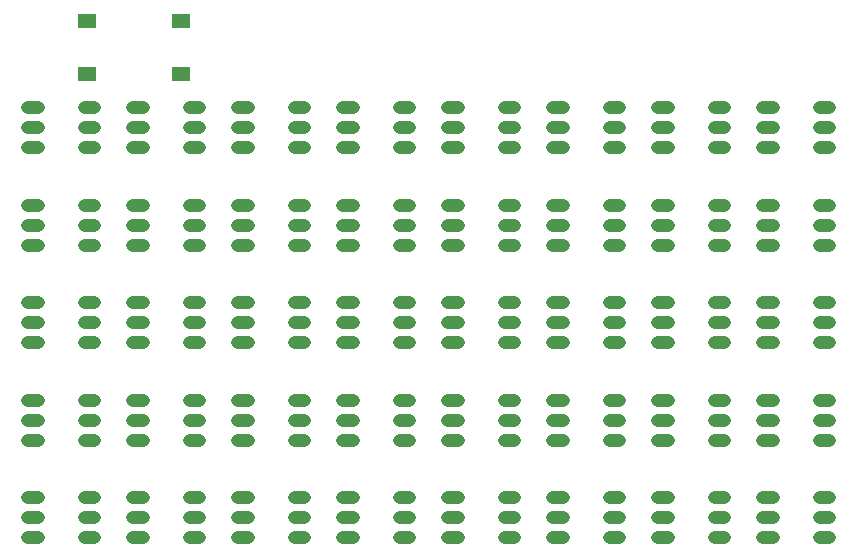
<source format=gtp>
G75*
%MOIN*%
%OFA0B0*%
%FSLAX24Y24*%
%IPPOS*%
%LPD*%
%AMOC8*
5,1,8,0,0,1.08239X$1,22.5*
%
%ADD10C,0.0433*%
%ADD11R,0.0610X0.0512*%
D10*
X003130Y003831D02*
X003484Y003831D01*
X003484Y003831D01*
X003130Y003831D01*
X003130Y003831D01*
X003130Y004500D02*
X003484Y004500D01*
X003484Y004500D01*
X003130Y004500D01*
X003130Y004500D01*
X003130Y005169D02*
X003484Y005169D01*
X003484Y005169D01*
X003130Y005169D01*
X003130Y005169D01*
X005020Y005169D02*
X005374Y005169D01*
X005374Y005169D01*
X005020Y005169D01*
X005020Y005169D01*
X005020Y004500D02*
X005374Y004500D01*
X005374Y004500D01*
X005020Y004500D01*
X005020Y004500D01*
X005020Y003831D02*
X005374Y003831D01*
X005374Y003831D01*
X005020Y003831D01*
X005020Y003831D01*
X006630Y003831D02*
X006984Y003831D01*
X006984Y003831D01*
X006630Y003831D01*
X006630Y003831D01*
X006630Y004500D02*
X006984Y004500D01*
X006984Y004500D01*
X006630Y004500D01*
X006630Y004500D01*
X006630Y005169D02*
X006984Y005169D01*
X006984Y005169D01*
X006630Y005169D01*
X006630Y005169D01*
X008520Y005169D02*
X008874Y005169D01*
X008874Y005169D01*
X008520Y005169D01*
X008520Y005169D01*
X008520Y004500D02*
X008874Y004500D01*
X008874Y004500D01*
X008520Y004500D01*
X008520Y004500D01*
X008520Y003831D02*
X008874Y003831D01*
X008874Y003831D01*
X008520Y003831D01*
X008520Y003831D01*
X010130Y003831D02*
X010484Y003831D01*
X010484Y003831D01*
X010130Y003831D01*
X010130Y003831D01*
X010130Y004500D02*
X010484Y004500D01*
X010484Y004500D01*
X010130Y004500D01*
X010130Y004500D01*
X010130Y005169D02*
X010484Y005169D01*
X010484Y005169D01*
X010130Y005169D01*
X010130Y005169D01*
X012020Y005169D02*
X012374Y005169D01*
X012374Y005169D01*
X012020Y005169D01*
X012020Y005169D01*
X012020Y004500D02*
X012374Y004500D01*
X012374Y004500D01*
X012020Y004500D01*
X012020Y004500D01*
X012020Y003831D02*
X012374Y003831D01*
X012374Y003831D01*
X012020Y003831D01*
X012020Y003831D01*
X013630Y003831D02*
X013984Y003831D01*
X013984Y003831D01*
X013630Y003831D01*
X013630Y003831D01*
X013630Y004500D02*
X013984Y004500D01*
X013984Y004500D01*
X013630Y004500D01*
X013630Y004500D01*
X013630Y005169D02*
X013984Y005169D01*
X013984Y005169D01*
X013630Y005169D01*
X013630Y005169D01*
X015520Y005169D02*
X015874Y005169D01*
X015874Y005169D01*
X015520Y005169D01*
X015520Y005169D01*
X015520Y004500D02*
X015874Y004500D01*
X015874Y004500D01*
X015520Y004500D01*
X015520Y004500D01*
X015520Y003831D02*
X015874Y003831D01*
X015874Y003831D01*
X015520Y003831D01*
X015520Y003831D01*
X017130Y003831D02*
X017484Y003831D01*
X017484Y003831D01*
X017130Y003831D01*
X017130Y003831D01*
X017130Y004500D02*
X017484Y004500D01*
X017484Y004500D01*
X017130Y004500D01*
X017130Y004500D01*
X017130Y005169D02*
X017484Y005169D01*
X017484Y005169D01*
X017130Y005169D01*
X017130Y005169D01*
X019020Y005169D02*
X019374Y005169D01*
X019374Y005169D01*
X019020Y005169D01*
X019020Y005169D01*
X019020Y004500D02*
X019374Y004500D01*
X019374Y004500D01*
X019020Y004500D01*
X019020Y004500D01*
X019020Y003831D02*
X019374Y003831D01*
X019374Y003831D01*
X019020Y003831D01*
X019020Y003831D01*
X020630Y003831D02*
X020984Y003831D01*
X020984Y003831D01*
X020630Y003831D01*
X020630Y003831D01*
X020630Y004500D02*
X020984Y004500D01*
X020984Y004500D01*
X020630Y004500D01*
X020630Y004500D01*
X020630Y005169D02*
X020984Y005169D01*
X020984Y005169D01*
X020630Y005169D01*
X020630Y005169D01*
X022520Y005169D02*
X022874Y005169D01*
X022874Y005169D01*
X022520Y005169D01*
X022520Y005169D01*
X022520Y004500D02*
X022874Y004500D01*
X022874Y004500D01*
X022520Y004500D01*
X022520Y004500D01*
X022520Y003831D02*
X022874Y003831D01*
X022874Y003831D01*
X022520Y003831D01*
X022520Y003831D01*
X024130Y003831D02*
X024484Y003831D01*
X024484Y003831D01*
X024130Y003831D01*
X024130Y003831D01*
X024130Y004500D02*
X024484Y004500D01*
X024484Y004500D01*
X024130Y004500D01*
X024130Y004500D01*
X024130Y005169D02*
X024484Y005169D01*
X024484Y005169D01*
X024130Y005169D01*
X024130Y005169D01*
X026020Y005169D02*
X026374Y005169D01*
X026374Y005169D01*
X026020Y005169D01*
X026020Y005169D01*
X026020Y004500D02*
X026374Y004500D01*
X026374Y004500D01*
X026020Y004500D01*
X026020Y004500D01*
X026020Y003831D02*
X026374Y003831D01*
X026374Y003831D01*
X026020Y003831D01*
X026020Y003831D01*
X027630Y003831D02*
X027984Y003831D01*
X027984Y003831D01*
X027630Y003831D01*
X027630Y003831D01*
X027630Y004500D02*
X027984Y004500D01*
X027984Y004500D01*
X027630Y004500D01*
X027630Y004500D01*
X027630Y005169D02*
X027984Y005169D01*
X027984Y005169D01*
X027630Y005169D01*
X027630Y005169D01*
X029520Y005169D02*
X029874Y005169D01*
X029874Y005169D01*
X029520Y005169D01*
X029520Y005169D01*
X029520Y004500D02*
X029874Y004500D01*
X029874Y004500D01*
X029520Y004500D01*
X029520Y004500D01*
X029520Y003831D02*
X029874Y003831D01*
X029874Y003831D01*
X029520Y003831D01*
X029520Y003831D01*
X029520Y007081D02*
X029874Y007081D01*
X029874Y007081D01*
X029520Y007081D01*
X029520Y007081D01*
X029520Y007750D02*
X029874Y007750D01*
X029874Y007750D01*
X029520Y007750D01*
X029520Y007750D01*
X029520Y008419D02*
X029874Y008419D01*
X029874Y008419D01*
X029520Y008419D01*
X029520Y008419D01*
X027984Y008419D02*
X027630Y008419D01*
X027984Y008419D02*
X027984Y008419D01*
X027630Y008419D01*
X027630Y008419D01*
X027630Y007750D02*
X027984Y007750D01*
X027984Y007750D01*
X027630Y007750D01*
X027630Y007750D01*
X027630Y007081D02*
X027984Y007081D01*
X027984Y007081D01*
X027630Y007081D01*
X027630Y007081D01*
X026374Y007081D02*
X026020Y007081D01*
X026374Y007081D02*
X026374Y007081D01*
X026020Y007081D01*
X026020Y007081D01*
X026020Y007750D02*
X026374Y007750D01*
X026374Y007750D01*
X026020Y007750D01*
X026020Y007750D01*
X026020Y008419D02*
X026374Y008419D01*
X026374Y008419D01*
X026020Y008419D01*
X026020Y008419D01*
X024484Y008419D02*
X024130Y008419D01*
X024484Y008419D02*
X024484Y008419D01*
X024130Y008419D01*
X024130Y008419D01*
X024130Y007750D02*
X024484Y007750D01*
X024484Y007750D01*
X024130Y007750D01*
X024130Y007750D01*
X024130Y007081D02*
X024484Y007081D01*
X024484Y007081D01*
X024130Y007081D01*
X024130Y007081D01*
X022874Y007081D02*
X022520Y007081D01*
X022874Y007081D02*
X022874Y007081D01*
X022520Y007081D01*
X022520Y007081D01*
X022520Y007750D02*
X022874Y007750D01*
X022874Y007750D01*
X022520Y007750D01*
X022520Y007750D01*
X022520Y008419D02*
X022874Y008419D01*
X022874Y008419D01*
X022520Y008419D01*
X022520Y008419D01*
X020984Y008419D02*
X020630Y008419D01*
X020984Y008419D02*
X020984Y008419D01*
X020630Y008419D01*
X020630Y008419D01*
X020630Y007750D02*
X020984Y007750D01*
X020984Y007750D01*
X020630Y007750D01*
X020630Y007750D01*
X020630Y007081D02*
X020984Y007081D01*
X020984Y007081D01*
X020630Y007081D01*
X020630Y007081D01*
X019374Y007081D02*
X019020Y007081D01*
X019374Y007081D02*
X019374Y007081D01*
X019020Y007081D01*
X019020Y007081D01*
X019020Y007750D02*
X019374Y007750D01*
X019374Y007750D01*
X019020Y007750D01*
X019020Y007750D01*
X019020Y008419D02*
X019374Y008419D01*
X019374Y008419D01*
X019020Y008419D01*
X019020Y008419D01*
X017484Y008419D02*
X017130Y008419D01*
X017484Y008419D02*
X017484Y008419D01*
X017130Y008419D01*
X017130Y008419D01*
X017130Y007750D02*
X017484Y007750D01*
X017484Y007750D01*
X017130Y007750D01*
X017130Y007750D01*
X017130Y007081D02*
X017484Y007081D01*
X017484Y007081D01*
X017130Y007081D01*
X017130Y007081D01*
X015874Y007081D02*
X015520Y007081D01*
X015874Y007081D02*
X015874Y007081D01*
X015520Y007081D01*
X015520Y007081D01*
X015520Y007750D02*
X015874Y007750D01*
X015874Y007750D01*
X015520Y007750D01*
X015520Y007750D01*
X015520Y008419D02*
X015874Y008419D01*
X015874Y008419D01*
X015520Y008419D01*
X015520Y008419D01*
X013984Y008419D02*
X013630Y008419D01*
X013984Y008419D02*
X013984Y008419D01*
X013630Y008419D01*
X013630Y008419D01*
X013630Y007750D02*
X013984Y007750D01*
X013984Y007750D01*
X013630Y007750D01*
X013630Y007750D01*
X013630Y007081D02*
X013984Y007081D01*
X013984Y007081D01*
X013630Y007081D01*
X013630Y007081D01*
X012374Y007081D02*
X012020Y007081D01*
X012374Y007081D02*
X012374Y007081D01*
X012020Y007081D01*
X012020Y007081D01*
X012020Y007750D02*
X012374Y007750D01*
X012374Y007750D01*
X012020Y007750D01*
X012020Y007750D01*
X012020Y008419D02*
X012374Y008419D01*
X012374Y008419D01*
X012020Y008419D01*
X012020Y008419D01*
X010484Y008419D02*
X010130Y008419D01*
X010484Y008419D02*
X010484Y008419D01*
X010130Y008419D01*
X010130Y008419D01*
X010130Y007750D02*
X010484Y007750D01*
X010484Y007750D01*
X010130Y007750D01*
X010130Y007750D01*
X010130Y007081D02*
X010484Y007081D01*
X010484Y007081D01*
X010130Y007081D01*
X010130Y007081D01*
X008874Y007081D02*
X008520Y007081D01*
X008874Y007081D02*
X008874Y007081D01*
X008520Y007081D01*
X008520Y007081D01*
X008520Y007750D02*
X008874Y007750D01*
X008874Y007750D01*
X008520Y007750D01*
X008520Y007750D01*
X008520Y008419D02*
X008874Y008419D01*
X008874Y008419D01*
X008520Y008419D01*
X008520Y008419D01*
X006984Y008419D02*
X006630Y008419D01*
X006984Y008419D02*
X006984Y008419D01*
X006630Y008419D01*
X006630Y008419D01*
X006630Y007750D02*
X006984Y007750D01*
X006984Y007750D01*
X006630Y007750D01*
X006630Y007750D01*
X006630Y007081D02*
X006984Y007081D01*
X006984Y007081D01*
X006630Y007081D01*
X006630Y007081D01*
X005374Y007081D02*
X005020Y007081D01*
X005374Y007081D02*
X005374Y007081D01*
X005020Y007081D01*
X005020Y007081D01*
X005020Y007750D02*
X005374Y007750D01*
X005374Y007750D01*
X005020Y007750D01*
X005020Y007750D01*
X005020Y008419D02*
X005374Y008419D01*
X005374Y008419D01*
X005020Y008419D01*
X005020Y008419D01*
X003484Y008419D02*
X003130Y008419D01*
X003484Y008419D02*
X003484Y008419D01*
X003130Y008419D01*
X003130Y008419D01*
X003130Y007750D02*
X003484Y007750D01*
X003484Y007750D01*
X003130Y007750D01*
X003130Y007750D01*
X003130Y007081D02*
X003484Y007081D01*
X003484Y007081D01*
X003130Y007081D01*
X003130Y007081D01*
X003130Y010331D02*
X003484Y010331D01*
X003484Y010331D01*
X003130Y010331D01*
X003130Y010331D01*
X003130Y011000D02*
X003484Y011000D01*
X003484Y011000D01*
X003130Y011000D01*
X003130Y011000D01*
X003130Y011669D02*
X003484Y011669D01*
X003484Y011669D01*
X003130Y011669D01*
X003130Y011669D01*
X005020Y011669D02*
X005374Y011669D01*
X005374Y011669D01*
X005020Y011669D01*
X005020Y011669D01*
X005020Y011000D02*
X005374Y011000D01*
X005374Y011000D01*
X005020Y011000D01*
X005020Y011000D01*
X005020Y010331D02*
X005374Y010331D01*
X005374Y010331D01*
X005020Y010331D01*
X005020Y010331D01*
X006630Y010331D02*
X006984Y010331D01*
X006984Y010331D01*
X006630Y010331D01*
X006630Y010331D01*
X006630Y011000D02*
X006984Y011000D01*
X006984Y011000D01*
X006630Y011000D01*
X006630Y011000D01*
X006630Y011669D02*
X006984Y011669D01*
X006984Y011669D01*
X006630Y011669D01*
X006630Y011669D01*
X008520Y011669D02*
X008874Y011669D01*
X008874Y011669D01*
X008520Y011669D01*
X008520Y011669D01*
X008520Y011000D02*
X008874Y011000D01*
X008874Y011000D01*
X008520Y011000D01*
X008520Y011000D01*
X008520Y010331D02*
X008874Y010331D01*
X008874Y010331D01*
X008520Y010331D01*
X008520Y010331D01*
X010130Y010331D02*
X010484Y010331D01*
X010484Y010331D01*
X010130Y010331D01*
X010130Y010331D01*
X010130Y011000D02*
X010484Y011000D01*
X010484Y011000D01*
X010130Y011000D01*
X010130Y011000D01*
X010130Y011669D02*
X010484Y011669D01*
X010484Y011669D01*
X010130Y011669D01*
X010130Y011669D01*
X012020Y011669D02*
X012374Y011669D01*
X012374Y011669D01*
X012020Y011669D01*
X012020Y011669D01*
X012020Y011000D02*
X012374Y011000D01*
X012374Y011000D01*
X012020Y011000D01*
X012020Y011000D01*
X012020Y010331D02*
X012374Y010331D01*
X012374Y010331D01*
X012020Y010331D01*
X012020Y010331D01*
X013630Y010331D02*
X013984Y010331D01*
X013984Y010331D01*
X013630Y010331D01*
X013630Y010331D01*
X013630Y011000D02*
X013984Y011000D01*
X013984Y011000D01*
X013630Y011000D01*
X013630Y011000D01*
X013630Y011669D02*
X013984Y011669D01*
X013984Y011669D01*
X013630Y011669D01*
X013630Y011669D01*
X015520Y011669D02*
X015874Y011669D01*
X015874Y011669D01*
X015520Y011669D01*
X015520Y011669D01*
X015520Y011000D02*
X015874Y011000D01*
X015874Y011000D01*
X015520Y011000D01*
X015520Y011000D01*
X015520Y010331D02*
X015874Y010331D01*
X015874Y010331D01*
X015520Y010331D01*
X015520Y010331D01*
X017130Y010331D02*
X017484Y010331D01*
X017484Y010331D01*
X017130Y010331D01*
X017130Y010331D01*
X017130Y011000D02*
X017484Y011000D01*
X017484Y011000D01*
X017130Y011000D01*
X017130Y011000D01*
X017130Y011669D02*
X017484Y011669D01*
X017484Y011669D01*
X017130Y011669D01*
X017130Y011669D01*
X019020Y011669D02*
X019374Y011669D01*
X019374Y011669D01*
X019020Y011669D01*
X019020Y011669D01*
X019020Y011000D02*
X019374Y011000D01*
X019374Y011000D01*
X019020Y011000D01*
X019020Y011000D01*
X019020Y010331D02*
X019374Y010331D01*
X019374Y010331D01*
X019020Y010331D01*
X019020Y010331D01*
X020630Y010331D02*
X020984Y010331D01*
X020984Y010331D01*
X020630Y010331D01*
X020630Y010331D01*
X020630Y011000D02*
X020984Y011000D01*
X020984Y011000D01*
X020630Y011000D01*
X020630Y011000D01*
X020630Y011669D02*
X020984Y011669D01*
X020984Y011669D01*
X020630Y011669D01*
X020630Y011669D01*
X022520Y011669D02*
X022874Y011669D01*
X022874Y011669D01*
X022520Y011669D01*
X022520Y011669D01*
X022520Y011000D02*
X022874Y011000D01*
X022874Y011000D01*
X022520Y011000D01*
X022520Y011000D01*
X022520Y010331D02*
X022874Y010331D01*
X022874Y010331D01*
X022520Y010331D01*
X022520Y010331D01*
X024130Y010331D02*
X024484Y010331D01*
X024484Y010331D01*
X024130Y010331D01*
X024130Y010331D01*
X024130Y011000D02*
X024484Y011000D01*
X024484Y011000D01*
X024130Y011000D01*
X024130Y011000D01*
X024130Y011669D02*
X024484Y011669D01*
X024484Y011669D01*
X024130Y011669D01*
X024130Y011669D01*
X026020Y011669D02*
X026374Y011669D01*
X026374Y011669D01*
X026020Y011669D01*
X026020Y011669D01*
X026020Y011000D02*
X026374Y011000D01*
X026374Y011000D01*
X026020Y011000D01*
X026020Y011000D01*
X026020Y010331D02*
X026374Y010331D01*
X026374Y010331D01*
X026020Y010331D01*
X026020Y010331D01*
X027630Y010331D02*
X027984Y010331D01*
X027984Y010331D01*
X027630Y010331D01*
X027630Y010331D01*
X027630Y011000D02*
X027984Y011000D01*
X027984Y011000D01*
X027630Y011000D01*
X027630Y011000D01*
X027630Y011669D02*
X027984Y011669D01*
X027984Y011669D01*
X027630Y011669D01*
X027630Y011669D01*
X029520Y011669D02*
X029874Y011669D01*
X029874Y011669D01*
X029520Y011669D01*
X029520Y011669D01*
X029520Y011000D02*
X029874Y011000D01*
X029874Y011000D01*
X029520Y011000D01*
X029520Y011000D01*
X029520Y010331D02*
X029874Y010331D01*
X029874Y010331D01*
X029520Y010331D01*
X029520Y010331D01*
X029520Y013581D02*
X029874Y013581D01*
X029874Y013581D01*
X029520Y013581D01*
X029520Y013581D01*
X029520Y014250D02*
X029874Y014250D01*
X029874Y014250D01*
X029520Y014250D01*
X029520Y014250D01*
X029520Y014919D02*
X029874Y014919D01*
X029874Y014919D01*
X029520Y014919D01*
X029520Y014919D01*
X027984Y014919D02*
X027630Y014919D01*
X027984Y014919D02*
X027984Y014919D01*
X027630Y014919D01*
X027630Y014919D01*
X027630Y014250D02*
X027984Y014250D01*
X027984Y014250D01*
X027630Y014250D01*
X027630Y014250D01*
X027630Y013581D02*
X027984Y013581D01*
X027984Y013581D01*
X027630Y013581D01*
X027630Y013581D01*
X026374Y013581D02*
X026020Y013581D01*
X026374Y013581D02*
X026374Y013581D01*
X026020Y013581D01*
X026020Y013581D01*
X026020Y014250D02*
X026374Y014250D01*
X026374Y014250D01*
X026020Y014250D01*
X026020Y014250D01*
X026020Y014919D02*
X026374Y014919D01*
X026374Y014919D01*
X026020Y014919D01*
X026020Y014919D01*
X024484Y014919D02*
X024130Y014919D01*
X024484Y014919D02*
X024484Y014919D01*
X024130Y014919D01*
X024130Y014919D01*
X024130Y014250D02*
X024484Y014250D01*
X024484Y014250D01*
X024130Y014250D01*
X024130Y014250D01*
X024130Y013581D02*
X024484Y013581D01*
X024484Y013581D01*
X024130Y013581D01*
X024130Y013581D01*
X022874Y013581D02*
X022520Y013581D01*
X022874Y013581D02*
X022874Y013581D01*
X022520Y013581D01*
X022520Y013581D01*
X022520Y014250D02*
X022874Y014250D01*
X022874Y014250D01*
X022520Y014250D01*
X022520Y014250D01*
X022520Y014919D02*
X022874Y014919D01*
X022874Y014919D01*
X022520Y014919D01*
X022520Y014919D01*
X020984Y014919D02*
X020630Y014919D01*
X020984Y014919D02*
X020984Y014919D01*
X020630Y014919D01*
X020630Y014919D01*
X020630Y014250D02*
X020984Y014250D01*
X020984Y014250D01*
X020630Y014250D01*
X020630Y014250D01*
X020630Y013581D02*
X020984Y013581D01*
X020984Y013581D01*
X020630Y013581D01*
X020630Y013581D01*
X019374Y013581D02*
X019020Y013581D01*
X019374Y013581D02*
X019374Y013581D01*
X019020Y013581D01*
X019020Y013581D01*
X019020Y014250D02*
X019374Y014250D01*
X019374Y014250D01*
X019020Y014250D01*
X019020Y014250D01*
X019020Y014919D02*
X019374Y014919D01*
X019374Y014919D01*
X019020Y014919D01*
X019020Y014919D01*
X017484Y014919D02*
X017130Y014919D01*
X017484Y014919D02*
X017484Y014919D01*
X017130Y014919D01*
X017130Y014919D01*
X017130Y014250D02*
X017484Y014250D01*
X017484Y014250D01*
X017130Y014250D01*
X017130Y014250D01*
X017130Y013581D02*
X017484Y013581D01*
X017484Y013581D01*
X017130Y013581D01*
X017130Y013581D01*
X015874Y013581D02*
X015520Y013581D01*
X015874Y013581D02*
X015874Y013581D01*
X015520Y013581D01*
X015520Y013581D01*
X015520Y014250D02*
X015874Y014250D01*
X015874Y014250D01*
X015520Y014250D01*
X015520Y014250D01*
X015520Y014919D02*
X015874Y014919D01*
X015874Y014919D01*
X015520Y014919D01*
X015520Y014919D01*
X013984Y014919D02*
X013630Y014919D01*
X013984Y014919D02*
X013984Y014919D01*
X013630Y014919D01*
X013630Y014919D01*
X013630Y014250D02*
X013984Y014250D01*
X013984Y014250D01*
X013630Y014250D01*
X013630Y014250D01*
X013630Y013581D02*
X013984Y013581D01*
X013984Y013581D01*
X013630Y013581D01*
X013630Y013581D01*
X012374Y013581D02*
X012020Y013581D01*
X012374Y013581D02*
X012374Y013581D01*
X012020Y013581D01*
X012020Y013581D01*
X012020Y014250D02*
X012374Y014250D01*
X012374Y014250D01*
X012020Y014250D01*
X012020Y014250D01*
X012020Y014919D02*
X012374Y014919D01*
X012374Y014919D01*
X012020Y014919D01*
X012020Y014919D01*
X010484Y014919D02*
X010130Y014919D01*
X010484Y014919D02*
X010484Y014919D01*
X010130Y014919D01*
X010130Y014919D01*
X010130Y014250D02*
X010484Y014250D01*
X010484Y014250D01*
X010130Y014250D01*
X010130Y014250D01*
X010130Y013581D02*
X010484Y013581D01*
X010484Y013581D01*
X010130Y013581D01*
X010130Y013581D01*
X008874Y013581D02*
X008520Y013581D01*
X008874Y013581D02*
X008874Y013581D01*
X008520Y013581D01*
X008520Y013581D01*
X008520Y014250D02*
X008874Y014250D01*
X008874Y014250D01*
X008520Y014250D01*
X008520Y014250D01*
X008520Y014919D02*
X008874Y014919D01*
X008874Y014919D01*
X008520Y014919D01*
X008520Y014919D01*
X006984Y014919D02*
X006630Y014919D01*
X006984Y014919D02*
X006984Y014919D01*
X006630Y014919D01*
X006630Y014919D01*
X006630Y014250D02*
X006984Y014250D01*
X006984Y014250D01*
X006630Y014250D01*
X006630Y014250D01*
X006630Y013581D02*
X006984Y013581D01*
X006984Y013581D01*
X006630Y013581D01*
X006630Y013581D01*
X005374Y013581D02*
X005020Y013581D01*
X005374Y013581D02*
X005374Y013581D01*
X005020Y013581D01*
X005020Y013581D01*
X005020Y014250D02*
X005374Y014250D01*
X005374Y014250D01*
X005020Y014250D01*
X005020Y014250D01*
X005020Y014919D02*
X005374Y014919D01*
X005374Y014919D01*
X005020Y014919D01*
X005020Y014919D01*
X003484Y014919D02*
X003130Y014919D01*
X003484Y014919D02*
X003484Y014919D01*
X003130Y014919D01*
X003130Y014919D01*
X003130Y014250D02*
X003484Y014250D01*
X003484Y014250D01*
X003130Y014250D01*
X003130Y014250D01*
X003130Y013581D02*
X003484Y013581D01*
X003484Y013581D01*
X003130Y013581D01*
X003130Y013581D01*
X003130Y016831D02*
X003484Y016831D01*
X003484Y016831D01*
X003130Y016831D01*
X003130Y016831D01*
X003130Y017500D02*
X003484Y017500D01*
X003484Y017500D01*
X003130Y017500D01*
X003130Y017500D01*
X003130Y018169D02*
X003484Y018169D01*
X003484Y018169D01*
X003130Y018169D01*
X003130Y018169D01*
X005020Y018169D02*
X005374Y018169D01*
X005374Y018169D01*
X005020Y018169D01*
X005020Y018169D01*
X005020Y017500D02*
X005374Y017500D01*
X005374Y017500D01*
X005020Y017500D01*
X005020Y017500D01*
X005020Y016831D02*
X005374Y016831D01*
X005374Y016831D01*
X005020Y016831D01*
X005020Y016831D01*
X006630Y016831D02*
X006984Y016831D01*
X006984Y016831D01*
X006630Y016831D01*
X006630Y016831D01*
X006630Y017500D02*
X006984Y017500D01*
X006984Y017500D01*
X006630Y017500D01*
X006630Y017500D01*
X006630Y018169D02*
X006984Y018169D01*
X006984Y018169D01*
X006630Y018169D01*
X006630Y018169D01*
X008520Y018169D02*
X008874Y018169D01*
X008874Y018169D01*
X008520Y018169D01*
X008520Y018169D01*
X008520Y017500D02*
X008874Y017500D01*
X008874Y017500D01*
X008520Y017500D01*
X008520Y017500D01*
X008520Y016831D02*
X008874Y016831D01*
X008874Y016831D01*
X008520Y016831D01*
X008520Y016831D01*
X010130Y016831D02*
X010484Y016831D01*
X010484Y016831D01*
X010130Y016831D01*
X010130Y016831D01*
X010130Y017500D02*
X010484Y017500D01*
X010484Y017500D01*
X010130Y017500D01*
X010130Y017500D01*
X010130Y018169D02*
X010484Y018169D01*
X010484Y018169D01*
X010130Y018169D01*
X010130Y018169D01*
X012020Y018169D02*
X012374Y018169D01*
X012374Y018169D01*
X012020Y018169D01*
X012020Y018169D01*
X012020Y017500D02*
X012374Y017500D01*
X012374Y017500D01*
X012020Y017500D01*
X012020Y017500D01*
X012020Y016831D02*
X012374Y016831D01*
X012374Y016831D01*
X012020Y016831D01*
X012020Y016831D01*
X013630Y016831D02*
X013984Y016831D01*
X013984Y016831D01*
X013630Y016831D01*
X013630Y016831D01*
X013630Y017500D02*
X013984Y017500D01*
X013984Y017500D01*
X013630Y017500D01*
X013630Y017500D01*
X013630Y018169D02*
X013984Y018169D01*
X013984Y018169D01*
X013630Y018169D01*
X013630Y018169D01*
X015520Y018169D02*
X015874Y018169D01*
X015874Y018169D01*
X015520Y018169D01*
X015520Y018169D01*
X015520Y017500D02*
X015874Y017500D01*
X015874Y017500D01*
X015520Y017500D01*
X015520Y017500D01*
X015520Y016831D02*
X015874Y016831D01*
X015874Y016831D01*
X015520Y016831D01*
X015520Y016831D01*
X017130Y016831D02*
X017484Y016831D01*
X017484Y016831D01*
X017130Y016831D01*
X017130Y016831D01*
X017130Y017500D02*
X017484Y017500D01*
X017484Y017500D01*
X017130Y017500D01*
X017130Y017500D01*
X017130Y018169D02*
X017484Y018169D01*
X017484Y018169D01*
X017130Y018169D01*
X017130Y018169D01*
X019020Y018169D02*
X019374Y018169D01*
X019374Y018169D01*
X019020Y018169D01*
X019020Y018169D01*
X019020Y017500D02*
X019374Y017500D01*
X019374Y017500D01*
X019020Y017500D01*
X019020Y017500D01*
X019020Y016831D02*
X019374Y016831D01*
X019374Y016831D01*
X019020Y016831D01*
X019020Y016831D01*
X020630Y016831D02*
X020984Y016831D01*
X020984Y016831D01*
X020630Y016831D01*
X020630Y016831D01*
X020630Y017500D02*
X020984Y017500D01*
X020984Y017500D01*
X020630Y017500D01*
X020630Y017500D01*
X020630Y018169D02*
X020984Y018169D01*
X020984Y018169D01*
X020630Y018169D01*
X020630Y018169D01*
X022520Y018169D02*
X022874Y018169D01*
X022874Y018169D01*
X022520Y018169D01*
X022520Y018169D01*
X022520Y017500D02*
X022874Y017500D01*
X022874Y017500D01*
X022520Y017500D01*
X022520Y017500D01*
X022520Y016831D02*
X022874Y016831D01*
X022874Y016831D01*
X022520Y016831D01*
X022520Y016831D01*
X024130Y016831D02*
X024484Y016831D01*
X024484Y016831D01*
X024130Y016831D01*
X024130Y016831D01*
X024130Y017500D02*
X024484Y017500D01*
X024484Y017500D01*
X024130Y017500D01*
X024130Y017500D01*
X024130Y018169D02*
X024484Y018169D01*
X024484Y018169D01*
X024130Y018169D01*
X024130Y018169D01*
X026020Y018169D02*
X026374Y018169D01*
X026374Y018169D01*
X026020Y018169D01*
X026020Y018169D01*
X026020Y017500D02*
X026374Y017500D01*
X026374Y017500D01*
X026020Y017500D01*
X026020Y017500D01*
X026020Y016831D02*
X026374Y016831D01*
X026374Y016831D01*
X026020Y016831D01*
X026020Y016831D01*
X027630Y016831D02*
X027984Y016831D01*
X027984Y016831D01*
X027630Y016831D01*
X027630Y016831D01*
X027630Y017500D02*
X027984Y017500D01*
X027984Y017500D01*
X027630Y017500D01*
X027630Y017500D01*
X027630Y018169D02*
X027984Y018169D01*
X027984Y018169D01*
X027630Y018169D01*
X027630Y018169D01*
X029520Y018169D02*
X029874Y018169D01*
X029874Y018169D01*
X029520Y018169D01*
X029520Y018169D01*
X029520Y017500D02*
X029874Y017500D01*
X029874Y017500D01*
X029520Y017500D01*
X029520Y017500D01*
X029520Y016831D02*
X029874Y016831D01*
X029874Y016831D01*
X029520Y016831D01*
X029520Y016831D01*
D11*
X008267Y019264D03*
X008267Y021036D03*
X005137Y021036D03*
X005137Y019264D03*
M02*

</source>
